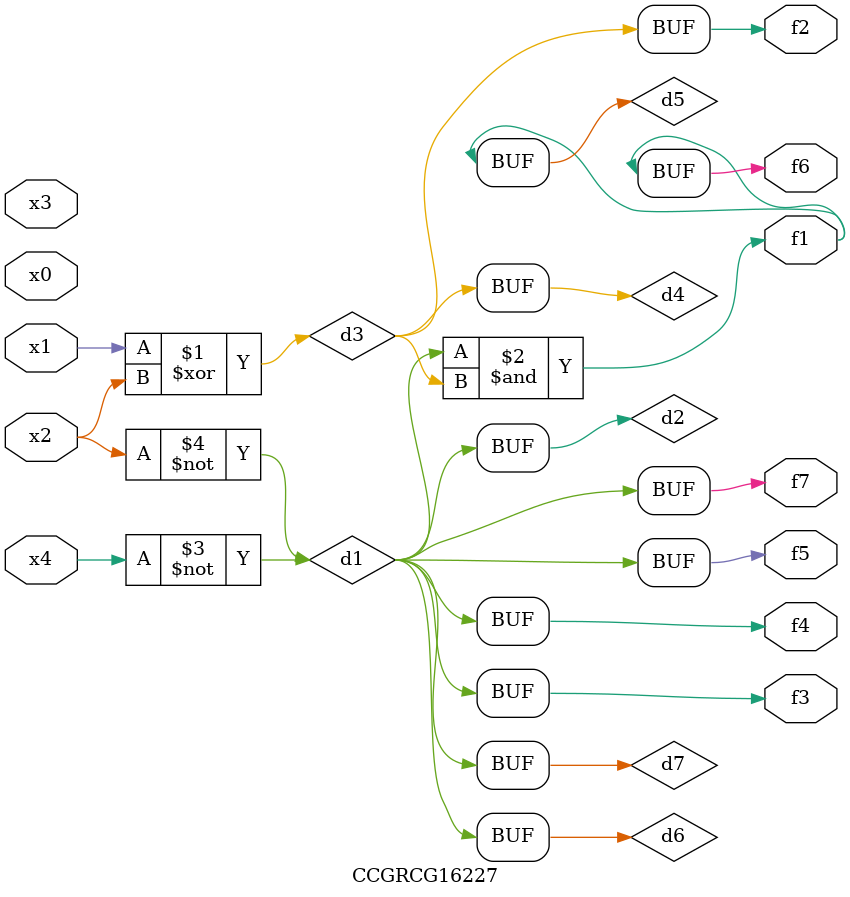
<source format=v>
module CCGRCG16227(
	input x0, x1, x2, x3, x4,
	output f1, f2, f3, f4, f5, f6, f7
);

	wire d1, d2, d3, d4, d5, d6, d7;

	not (d1, x4);
	not (d2, x2);
	xor (d3, x1, x2);
	buf (d4, d3);
	and (d5, d1, d3);
	buf (d6, d1, d2);
	buf (d7, d2);
	assign f1 = d5;
	assign f2 = d4;
	assign f3 = d7;
	assign f4 = d7;
	assign f5 = d7;
	assign f6 = d5;
	assign f7 = d7;
endmodule

</source>
